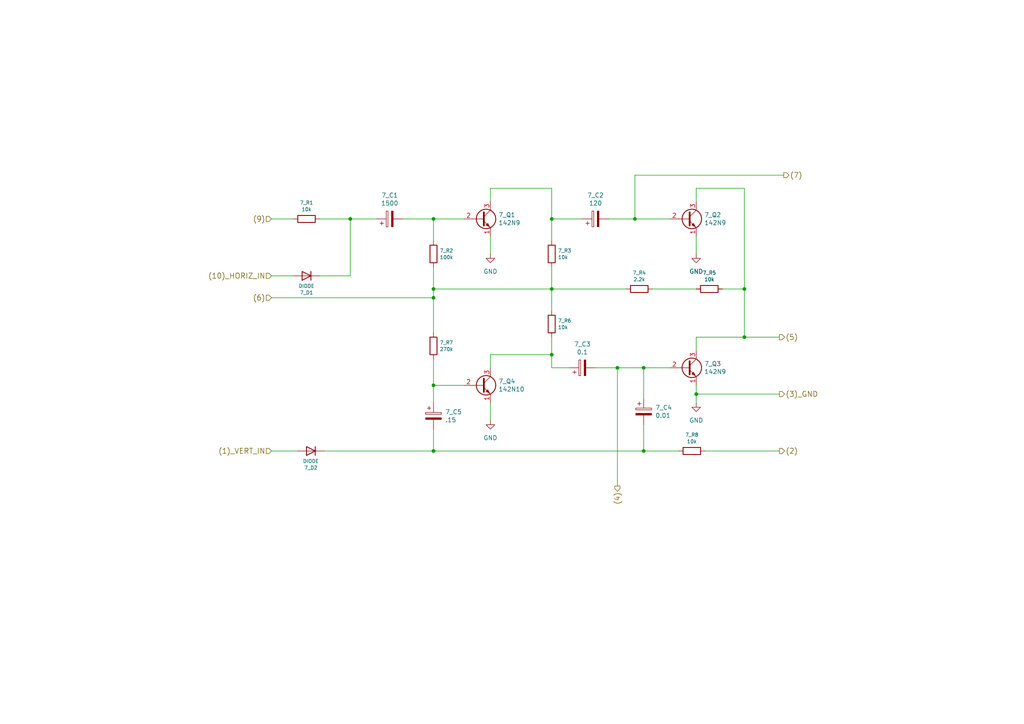
<source format=kicad_sch>
(kicad_sch (version 20250114) (generator "eeschema") (generator_version "9.0")
  (paper "A4")
  (lib_symbols
    (symbol "Device:C_Polarized" (pin_numbers (hide yes)) (pin_names (offset 0.254))
      (property "Reference" "C" (at 0.635 2.54 0))
      (property "Value" "C_Polarized" (at 0.635 -2.54 0))
      (symbol "C_Polarized_0_1"
        (rectangle (start -2.286 0.508) (end 2.286 1.016))
        (polyline (pts (xy -1.778 2.286) (xy -0.762 2.286)))
        (polyline (pts (xy -1.27 2.794) (xy -1.27 1.778)))
        (rectangle (start 2.286 -0.508) (end -2.286 -1.016) (fill (type outline)))
      )
      (symbol "C_Polarized_1_1"
        (pin passive line (at 0 3.81 270) (length 2.794) (name "~") (number "1"))
        (pin passive line (at 0 -3.81 90) (length 2.794) (name "~") (number "2"))
      )
    )
    (symbol "Device:D" (pin_numbers (hide yes)) (pin_names (offset 1.016) (hide yes))
      (property "Reference" "D" (at 0 2.54 0))
      (property "Value" "D" (at 0 -2.54 0))
      (symbol "D_0_1"
        (polyline (pts (xy -1.27 1.27) (xy -1.27 -1.27)) (stroke (width 0.254)))
        (polyline (pts (xy 1.27 1.27) (xy 1.27 -1.27) (xy -1.27 0) (xy 1.27 1.27)) (stroke (width 0.254)))
        (polyline (pts (xy 1.27 0) (xy -1.27 0)))
      )
      (symbol "D_1_1"
        (pin passive line (at -3.81 0 0) (length 2.54) (name "K") (number "1"))
        (pin passive line (at 3.81 0 180) (length 2.54) (name "A") (number "2"))
      )
    )
    (symbol "Device:R" (pin_numbers (hide yes)) (pin_names (offset 0))
      (property "Reference" "R" (at 2.032 0 90))
      (property "Value" "R" (at 0 0 90))
      (symbol "R_0_1"
        (rectangle (start -1.016 -2.54) (end 1.016 2.54) (stroke (width 0.254)))
      )
      (symbol "R_1_1"
        (pin passive line (at 0 3.81 270) (length 1.27) (name "~") (number "1"))
        (pin passive line (at 0 -3.81 90) (length 1.27) (name "~") (number "2"))
      )
    )
    (symbol "Transistor_BJT:Q_NPN_EBC" (pin_names (offset 0) (hide yes))
      (property "Reference" "Q" (at 5.08 1.27 0))
      (property "Value" "Q_NPN_EBC" (at 5.08 -1.27 0))
      (symbol "Q_NPN_EBC_0_1"
        (polyline (pts (xy -2.54 0) (xy 0.635 0)))
        (polyline (pts (xy 0.635 1.905) (xy 0.635 -1.905)) (stroke (width 0.508)))
        (circle (center 1.27 0) (radius 2.8194) (stroke (width 0.254)))
      )
      (symbol "Q_NPN_EBC_1_1"
        (polyline (pts (xy 0.635 0.635) (xy 2.54 2.54)))
        (polyline (pts (xy 0.635 -0.635) (xy 2.54 -2.54)))
        (polyline (pts (xy 1.27 -1.778) (xy 1.778 -1.27) (xy 2.286 -2.286) (xy 1.27 -1.778)) (fill (type outline)))
        (pin input line (at -5.08 0 0) (length 2.54) (name "B") (number "2"))
        (pin passive line (at 2.54 5.08 270) (length 2.54) (name "C") (number "3"))
        (pin passive line (at 2.54 -5.08 90) (length 2.54) (name "E") (number "1"))
      )
    )
    (symbol "power:GND" (power) (pin_numbers (hide yes)) (pin_names (offset 0) (hide yes))
      (property "Value" "GND" (at 0 -3.81 0))
      (symbol "GND_0_1"
        (polyline (pts (xy 0 0) (xy 0 -1.27) (xy 1.27 -1.27) (xy 0 -2.54) (xy -1.27 -1.27) (xy 0 -1.27)))
      )
      (symbol "GND_1_1"
        (pin power_in line (at 0 0 270) (length 0) (name "~") (number "1"))
      )
    )
  )
  (junction (at 179.07 106.68))
  (junction (at 101.6 63.5))
  (junction (at 184.15 63.5))
  (junction (at 186.69 106.68))
  (junction (at 201.93 114.3))
  (junction (at 125.73 130.81))
  (junction (at 215.9 83.82))
  (junction (at 160.02 102.87))
  (junction (at 215.9 97.79))
  (junction (at 186.69 130.81))
  (junction (at 125.73 111.76))
  (junction (at 125.73 63.5))
  (junction (at 125.73 83.82))
  (junction (at 160.02 83.82))
  (junction (at 160.02 63.5))
  (junction (at 125.73 86.36))
  (wire (pts (xy 93.98 130.81) (xy 125.73 130.81)))
  (wire (pts (xy 201.93 101.6) (xy 201.93 97.79)))
  (wire (pts (xy 160.02 83.82) (xy 160.02 90.17)))
  (wire (pts (xy 204.47 130.81) (xy 226.06 130.81)))
  (wire (pts (xy 78.74 63.5) (xy 85.09 63.5)))
  (wire (pts (xy 125.73 63.5) (xy 134.62 63.5)))
  (wire (pts (xy 125.73 86.36) (xy 78.74 86.36)))
  (wire (pts (xy 176.53 63.5) (xy 184.15 63.5)))
  (wire (pts (xy 125.73 63.5) (xy 125.73 69.85)))
  (wire (pts (xy 142.24 68.58) (xy 142.24 73.66)))
  (wire (pts (xy 201.93 58.42) (xy 201.93 54.61)))
  (wire (pts (xy 125.73 111.76) (xy 134.62 111.76)))
  (wire (pts (xy 160.02 97.79) (xy 160.02 102.87)))
  (wire (pts (xy 201.93 68.58) (xy 201.93 73.66)))
  (wire (pts (xy 116.84 63.5) (xy 125.73 63.5)))
  (wire (pts (xy 160.02 102.87) (xy 160.02 106.68)))
  (wire (pts (xy 186.69 130.81) (xy 196.85 130.81)))
  (wire (pts (xy 209.55 83.82) (xy 215.9 83.82)))
  (wire (pts (xy 172.72 106.68) (xy 179.07 106.68)))
  (wire (pts (xy 142.24 54.61) (xy 160.02 54.61)))
  (wire (pts (xy 160.02 83.82) (xy 181.61 83.82)))
  (wire (pts (xy 184.15 63.5) (xy 194.31 63.5)))
  (wire (pts (xy 101.6 63.5) (xy 101.6 80.01)))
  (wire (pts (xy 125.73 83.82) (xy 160.02 83.82)))
  (wire (pts (xy 186.69 123.19) (xy 186.69 130.81)))
  (wire (pts (xy 160.02 63.5) (xy 168.91 63.5)))
  (wire (pts (xy 92.71 80.01) (xy 101.6 80.01)))
  (wire (pts (xy 215.9 97.79) (xy 226.06 97.79)))
  (wire (pts (xy 125.73 111.76) (xy 125.73 116.84)))
  (wire (pts (xy 142.24 102.87) (xy 160.02 102.87)))
  (wire (pts (xy 125.73 124.46) (xy 125.73 130.81)))
  (wire (pts (xy 160.02 77.47) (xy 160.02 83.82)))
  (wire (pts (xy 226.06 114.3) (xy 201.93 114.3)))
  (wire (pts (xy 215.9 54.61) (xy 215.9 83.82)))
  (wire (pts (xy 160.02 54.61) (xy 160.02 63.5)))
  (wire (pts (xy 201.93 111.76) (xy 201.93 114.3)))
  (wire (pts (xy 142.24 106.68) (xy 142.24 102.87)))
  (wire (pts (xy 101.6 63.5) (xy 109.22 63.5)))
  (wire (pts (xy 186.69 106.68) (xy 186.69 115.57)))
  (wire (pts (xy 125.73 77.47) (xy 125.73 83.82)))
  (wire (pts (xy 179.07 140.97) (xy 179.07 106.68)))
  (wire (pts (xy 179.07 106.68) (xy 186.69 106.68)))
  (wire (pts (xy 78.74 130.81) (xy 86.36 130.81)))
  (wire (pts (xy 92.71 63.5) (xy 101.6 63.5)))
  (wire (pts (xy 125.73 86.36) (xy 125.73 96.52)))
  (wire (pts (xy 125.73 130.81) (xy 186.69 130.81)))
  (wire (pts (xy 142.24 116.84) (xy 142.24 121.92)))
  (wire (pts (xy 201.93 114.3) (xy 201.93 116.84)))
  (wire (pts (xy 184.15 50.8) (xy 184.15 63.5)))
  (wire (pts (xy 227.33 50.8) (xy 184.15 50.8)))
  (wire (pts (xy 201.93 54.61) (xy 215.9 54.61)))
  (wire (pts (xy 125.73 104.14) (xy 125.73 111.76)))
  (wire (pts (xy 160.02 106.68) (xy 165.1 106.68)))
  (wire (pts (xy 201.93 97.79) (xy 215.9 97.79)))
  (wire (pts (xy 160.02 63.5) (xy 160.02 69.85)))
  (wire (pts (xy 186.69 106.68) (xy 194.31 106.68)))
  (wire (pts (xy 142.24 58.42) (xy 142.24 54.61)))
  (wire (pts (xy 78.74 80.01) (xy 85.09 80.01)))
  (wire (pts (xy 125.73 83.82) (xy 125.73 86.36)))
  (wire (pts (xy 189.23 83.82) (xy 201.93 83.82)))
  (wire (pts (xy 215.9 83.82) (xy 215.9 97.79)))
  (hierarchical_label "(6)" (shape input) (at 78.74 86.36 180) (effects (font (size 1.524 1.524))))
  (hierarchical_label "(7)" (shape output) (at 227.33 50.8 0) (effects (font (size 1.524 1.524))))
  (hierarchical_label "(2)" (shape output) (at 226.06 130.81 0) (effects (font (size 1.524 1.524))))
  (hierarchical_label "(4)" (shape output) (at 179.07 140.97 270) (effects (font (size 1.524 1.524))))
  (hierarchical_label "(9)" (shape input) (at 78.74 63.5 180) (effects (font (size 1.524 1.524))))
  (hierarchical_label "(10)_HORIZ_IN" (shape input) (at 78.74 80.01 180) (effects (font (size 1.524 1.524))))
  (hierarchical_label "(3)_GND" (shape output) (at 226.06 114.3 0) (effects (font (size 1.524 1.524))))
  (hierarchical_label "(1)_VERT_IN" (shape input) (at 78.74 130.81 180) (effects (font (size 1.524 1.524))))
  (hierarchical_label "(5)" (shape output) (at 226.06 97.79 0) (effects (font (size 1.524 1.524))))
  (symbol (lib_id "Device:D") (at 88.9 80.01 180) (unit 1)
    (property "Reference" "7_D1" (at 88.9 84.8868 0) (effects (font (size 1.016 1.016))))
    (property "Value" "DIODE" (at 88.9 82.9564 0) (effects (font (size 1.016 1.016))))
    (property "Description" "Diode" (effects (hide yes)))
    (property "Sim.Device" "D" (effects (hide yes)))
    (property "Sim.Pins" "1=K 2=A" (effects (hide yes)))
  )
  (symbol (lib_id "Device:R") (at 88.9 63.5 270) (unit 1)
    (property "Reference" "7_R1" (at 88.9 58.801 90) (effects (font (size 1.016 1.016))))
    (property "Value" "10k" (at 88.9 60.7314 90) (effects (font (size 1.016 1.016))))
    (property "Description" "Resistor" (effects (hide yes)))
  )
  (symbol (lib_id "Device:C_Polarized") (at 113.03 63.5 90) (unit 1)
    (property "Reference" "7_C1" (at 113.03 56.642 90))
    (property "Value" "1500" (at 113.03 58.9534 90))
    (property "Description" "Polarized capacitor" (effects (hide yes)))
  )
  (symbol (lib_id "Device:R") (at 125.73 73.66 180) (unit 1)
    (property "Reference" "7_R2" (at 127.5334 72.6948 0) (effects (font (size 1.016 1.016)) (justify right)))
    (property "Value" "100k" (at 127.5334 74.6252 0) (effects (font (size 1.016 1.016)) (justify right)))
    (property "Description" "Resistor" (effects (hide yes)))
  )
  (symbol (lib_id "Transistor_BJT:Q_NPN_EBC") (at 139.7 63.5 0) (unit 1)
    (property "Reference" "7_Q1" (at 144.5514 62.3316 0) (effects (justify left)))
    (property "Value" "142N9" (at 144.5514 64.643 0) (effects (justify left)))
    (property "Description" "NPN transistor, emitter/base/collector" (effects (hide yes)))
  )
  (symbol (lib_id "Device:R") (at 160.02 73.66 180) (unit 1)
    (property "Reference" "7_R3" (at 161.8234 72.6948 0) (effects (font (size 1.016 1.016)) (justify right)))
    (property "Value" "10k" (at 161.8234 74.6252 0) (effects (font (size 1.016 1.016)) (justify right)))
    (property "Description" "Resistor" (effects (hide yes)))
  )
  (symbol (lib_id "Device:C_Polarized") (at 172.72 63.5 90) (unit 1)
    (property "Reference" "7_C2" (at 172.72 56.642 90))
    (property "Value" "120" (at 172.72 58.9534 90))
    (property "Description" "Polarized capacitor" (effects (hide yes)))
  )
  (symbol (lib_id "Transistor_BJT:Q_NPN_EBC") (at 199.39 63.5 0) (unit 1)
    (property "Reference" "7_Q2" (at 204.2414 62.3316 0) (effects (justify left)))
    (property "Value" "142N9" (at 204.2414 64.643 0) (effects (justify left)))
    (property "Description" "NPN transistor, emitter/base/collector" (effects (hide yes)))
  )
  (symbol (lib_id "Device:R") (at 125.73 100.33 180) (unit 1)
    (property "Reference" "7_R7" (at 127.5334 99.3648 0) (effects (font (size 1.016 1.016)) (justify right)))
    (property "Value" "270k" (at 127.5334 101.2952 0) (effects (font (size 1.016 1.016)) (justify right)))
    (property "Description" "Resistor" (effects (hide yes)))
  )
  (symbol (lib_id "Transistor_BJT:Q_NPN_EBC") (at 139.7 111.76 0) (unit 1)
    (property "Reference" "7_Q4" (at 144.5514 110.5916 0) (effects (justify left)))
    (property "Value" "142N10" (at 144.5514 112.903 0) (effects (justify left)))
    (property "Description" "NPN transistor, emitter/base/collector" (effects (hide yes)))
  )
  (symbol (lib_id "Device:R") (at 160.02 93.98 180) (unit 1)
    (property "Reference" "7_R6" (at 161.8234 93.0148 0) (effects (font (size 1.016 1.016)) (justify right)))
    (property "Value" "10k" (at 161.8234 94.9452 0) (effects (font (size 1.016 1.016)) (justify right)))
    (property "Description" "Resistor" (effects (hide yes)))
  )
  (symbol (lib_id "Device:C_Polarized") (at 168.91 106.68 90) (unit 1)
    (property "Reference" "7_C3" (at 168.91 99.822 90))
    (property "Value" "0.1" (at 168.91 102.1334 90))
    (property "Description" "Polarized capacitor" (effects (hide yes)))
  )
  (symbol (lib_id "Device:C_Polarized") (at 186.69 119.38 0) (unit 1)
    (property "Reference" "7_C4" (at 190.0682 118.2116 0) (effects (justify left)))
    (property "Value" "0.01" (at 190.0682 120.523 0) (effects (justify left)))
    (property "Description" "Polarized capacitor" (effects (hide yes)))
  )
  (symbol (lib_id "Device:C_Polarized") (at 125.73 120.65 0) (unit 1)
    (property "Reference" "7_C5" (at 129.1082 119.4816 0) (effects (justify left)))
    (property "Value" ".15" (at 129.1082 121.793 0) (effects (justify left)))
    (property "Description" "Polarized capacitor" (effects (hide yes)))
  )
  (symbol (lib_id "Device:R") (at 200.66 130.81 90) (unit 1)
    (property "Reference" "7_R8" (at 200.66 126.111 90) (effects (font (size 1.016 1.016))))
    (property "Value" "10k" (at 200.66 128.0414 90) (effects (font (size 1.016 1.016))))
    (property "Description" "Resistor" (effects (hide yes)))
  )
  (symbol (lib_id "Transistor_BJT:Q_NPN_EBC") (at 199.39 106.68 0) (unit 1)
    (property "Reference" "7_Q3" (at 204.2414 105.5116 0) (effects (justify left)))
    (property "Value" "142N9" (at 204.2414 107.823 0) (effects (justify left)))
    (property "Description" "NPN transistor, emitter/base/collector" (effects (hide yes)))
  )
  (symbol (lib_id "Device:R") (at 185.42 83.82 90) (unit 1)
    (property "Reference" "7_R4" (at 185.42 79.121 90) (effects (font (size 1.016 1.016))))
    (property "Value" "2.2k" (at 185.42 81.0514 90) (effects (font (size 1.016 1.016))))
    (property "Description" "Resistor" (effects (hide yes)))
  )
  (symbol (lib_id "Device:R") (at 205.74 83.82 90) (unit 1)
    (property "Reference" "7_R5" (at 205.74 79.121 90) (effects (font (size 1.016 1.016))))
    (property "Value" "10k" (at 205.74 81.0514 90) (effects (font (size 1.016 1.016))))
    (property "Description" "Resistor" (effects (hide yes)))
  )
  (symbol (lib_id "Device:D") (at 90.17 130.81 180) (unit 1)
    (property "Reference" "7_D2" (at 90.17 135.6868 0) (effects (font (size 1.016 1.016))))
    (property "Value" "DIODE" (at 90.17 133.7564 0) (effects (font (size 1.016 1.016))))
    (property "Description" "Diode" (effects (hide yes)))
    (property "Sim.Device" "D" (effects (hide yes)))
    (property "Sim.Pins" "1=K 2=A" (effects (hide yes)))
  )
  (symbol (lib_id "power:GND") (at 201.93 73.66 0) (unit 1)
    (property "Reference" "#PWR0704" (effects (hide yes)))
    (property "Value" "GND" (at 201.93 78.74 0))
    (property "Description" "Power symbol creates a global label with name \"GND\" , ground" (effects (hide yes)))
  )
  (symbol (lib_id "power:GND") (at 142.24 73.66 0) (unit 1)
    (property "Reference" "#PWR0701" (effects (hide yes)))
    (property "Value" "GND" (at 142.24 78.74 0))
    (property "Description" "Power symbol creates a global label with name \"GND\" , ground" (effects (hide yes)))
  )
  (symbol (lib_id "power:GND") (at 142.24 121.92 0) (unit 1)
    (property "Reference" "#PWR0702" (effects (hide yes)))
    (property "Value" "GND" (at 142.24 127 0))
    (property "Description" "Power symbol creates a global label with name \"GND\" , ground" (effects (hide yes)))
  )
  (symbol (lib_id "power:GND") (at 201.93 116.84 0) (unit 1)
    (property "Reference" "#PWR0703" (effects (hide yes)))
    (property "Value" "GND" (at 201.93 121.92 0))
    (property "Description" "Power symbol creates a global label with name \"GND\" , ground" (effects (hide yes)))
  )
)
</source>
